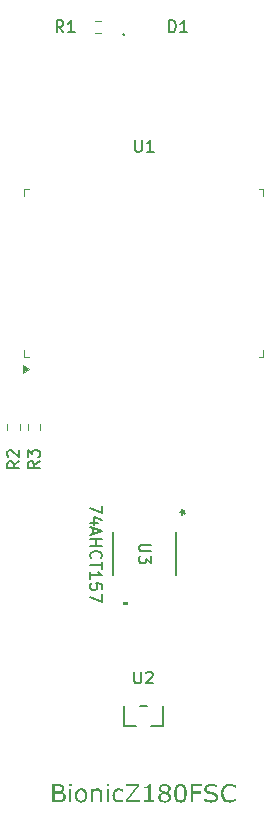
<source format=gbr>
G04 #@! TF.GenerationSoftware,KiCad,Pcbnew,9.0.6*
G04 #@! TF.CreationDate,2025-11-30T20:07:12+09:00*
G04 #@! TF.ProjectId,bionic-z180fsc,62696f6e-6963-42d7-9a31-38306673632e,2*
G04 #@! TF.SameCoordinates,Original*
G04 #@! TF.FileFunction,Legend,Top*
G04 #@! TF.FilePolarity,Positive*
%FSLAX46Y46*%
G04 Gerber Fmt 4.6, Leading zero omitted, Abs format (unit mm)*
G04 Created by KiCad (PCBNEW 9.0.6) date 2025-11-30 20:07:12*
%MOMM*%
%LPD*%
G01*
G04 APERTURE LIST*
%ADD10C,0.150000*%
%ADD11C,0.120000*%
%ADD12C,0.152400*%
%ADD13C,0.000000*%
G04 APERTURE END LIST*
D10*
G36*
X106596151Y-135650061D02*
G01*
X106689712Y-135658789D01*
X106770749Y-135677697D01*
X106848531Y-135710080D01*
X106900954Y-135743504D01*
X106941015Y-135781259D01*
X106970438Y-135823561D01*
X106998393Y-135897607D01*
X107008357Y-135989433D01*
X107001867Y-136060240D01*
X106983269Y-136121445D01*
X106953036Y-136174905D01*
X106889339Y-136243385D01*
X106805483Y-136298736D01*
X106805483Y-136306887D01*
X106903847Y-136337005D01*
X106984110Y-136382062D01*
X107049298Y-136441984D01*
X107098062Y-136515418D01*
X107128003Y-136601463D01*
X107138508Y-136703477D01*
X107133454Y-136777948D01*
X107118914Y-136844180D01*
X107095460Y-136903420D01*
X107044623Y-136982873D01*
X106979689Y-137046119D01*
X106889121Y-137103884D01*
X106790645Y-137142015D01*
X106680568Y-137162610D01*
X106528878Y-137170500D01*
X105987849Y-137170500D01*
X105987849Y-136994645D01*
X106190724Y-136994645D01*
X106459177Y-136994645D01*
X106586359Y-136990867D01*
X106677347Y-136981089D01*
X106757225Y-136960981D01*
X106816748Y-136931355D01*
X106867463Y-136888258D01*
X106900737Y-136841871D01*
X106920138Y-136787100D01*
X106927390Y-136712178D01*
X106919706Y-136627139D01*
X106899730Y-136568471D01*
X106862786Y-136521005D01*
X106799346Y-136477979D01*
X106746781Y-136457800D01*
X106679911Y-136445373D01*
X106509369Y-136437771D01*
X106190724Y-136437771D01*
X106190724Y-136994645D01*
X105987849Y-136994645D01*
X105987849Y-136261916D01*
X106190724Y-136261916D01*
X106453040Y-136261916D01*
X106543438Y-136259164D01*
X106604624Y-136252207D01*
X106658997Y-136237250D01*
X106709221Y-136211816D01*
X106750705Y-136176248D01*
X106777364Y-136132590D01*
X106792033Y-136081292D01*
X106797331Y-136017551D01*
X106792378Y-135965058D01*
X106778830Y-135924495D01*
X106755213Y-135890704D01*
X106719479Y-135863220D01*
X106667775Y-135841301D01*
X106602609Y-135828965D01*
X106432524Y-135822279D01*
X106190724Y-135822279D01*
X106190724Y-136261916D01*
X105987849Y-136261916D01*
X105987849Y-135646424D01*
X106439668Y-135646424D01*
X106596151Y-135650061D01*
G37*
G36*
X107618537Y-135834003D02*
G01*
X107401283Y-135834003D01*
X107401283Y-135634700D01*
X107618537Y-135634700D01*
X107618537Y-135834003D01*
G37*
G36*
X107606172Y-137170500D02*
G01*
X107413556Y-137170500D01*
X107413556Y-136027443D01*
X107606172Y-136027443D01*
X107606172Y-137170500D01*
G37*
G36*
X108553074Y-136008898D02*
G01*
X108654432Y-136039681D01*
X108742500Y-136089610D01*
X108819479Y-136159700D01*
X108880035Y-136243923D01*
X108924657Y-136343243D01*
X108952886Y-136460554D01*
X108962910Y-136599521D01*
X108952878Y-136738503D01*
X108924637Y-136855710D01*
X108880016Y-136954833D01*
X108819479Y-137038792D01*
X108742534Y-137108619D01*
X108654479Y-137158382D01*
X108553109Y-137189074D01*
X108435254Y-137199809D01*
X108316261Y-137189032D01*
X108214295Y-137158273D01*
X108126093Y-137108501D01*
X108049381Y-137038792D01*
X107989095Y-136954868D01*
X107944642Y-136855757D01*
X107916499Y-136738538D01*
X107906499Y-136599521D01*
X108105252Y-136599521D01*
X108111710Y-136707161D01*
X108129476Y-136794246D01*
X108156697Y-136864350D01*
X108192355Y-136920456D01*
X108239760Y-136967955D01*
X108294891Y-137001685D01*
X108359280Y-137022504D01*
X108435254Y-137029816D01*
X108510158Y-137022603D01*
X108573977Y-137002019D01*
X108628937Y-136968597D01*
X108676505Y-136921463D01*
X108712305Y-136865826D01*
X108739698Y-136795813D01*
X108757625Y-136708296D01*
X108764158Y-136599521D01*
X108757571Y-136487725D01*
X108739609Y-136398966D01*
X108712373Y-136329046D01*
X108677055Y-136274464D01*
X108629836Y-136228370D01*
X108574938Y-136195549D01*
X108510835Y-136175256D01*
X108435254Y-136168127D01*
X108358532Y-136175301D01*
X108293839Y-136195662D01*
X108238798Y-136228491D01*
X108191805Y-136274464D01*
X108156729Y-136329008D01*
X108129661Y-136398911D01*
X108111802Y-136487683D01*
X108105252Y-136599521D01*
X107906499Y-136599521D01*
X107916490Y-136460519D01*
X107944622Y-136343195D01*
X107989076Y-136243889D01*
X108049381Y-136159700D01*
X108126128Y-136089728D01*
X108214343Y-136039791D01*
X108316296Y-136008941D01*
X108435254Y-135998134D01*
X108553074Y-136008898D01*
G37*
G36*
X110217983Y-137170500D02*
G01*
X110025367Y-137170500D01*
X110025367Y-136520295D01*
X110016116Y-136372558D01*
X110002156Y-136308187D01*
X109982319Y-136264664D01*
X109951274Y-136227474D01*
X109908497Y-136200825D01*
X109856342Y-136185634D01*
X109783566Y-136179851D01*
X109704682Y-136189128D01*
X109618519Y-136218685D01*
X109534732Y-136262601D01*
X109453564Y-136317878D01*
X109453564Y-137170500D01*
X109260948Y-137170500D01*
X109260948Y-136027443D01*
X109453564Y-136027443D01*
X109453564Y-136156403D01*
X109546543Y-136089243D01*
X109640043Y-136039991D01*
X109738083Y-136008508D01*
X109837788Y-135998134D01*
X109929594Y-136005899D01*
X110005444Y-136027669D01*
X110068386Y-136062160D01*
X110120621Y-136109509D01*
X110161020Y-136167251D01*
X110191369Y-136238026D01*
X110210931Y-136324525D01*
X110217983Y-136430077D01*
X110217983Y-137170500D01*
G37*
G36*
X110795648Y-135834003D02*
G01*
X110578394Y-135834003D01*
X110578394Y-135634700D01*
X110795648Y-135634700D01*
X110795648Y-135834003D01*
G37*
G36*
X110783283Y-137170500D02*
G01*
X110590667Y-137170500D01*
X110590667Y-136027443D01*
X110783283Y-136027443D01*
X110783283Y-137170500D01*
G37*
G36*
X112010970Y-137096219D02*
G01*
X111915043Y-137138138D01*
X111828062Y-137168210D01*
X111739648Y-137187394D01*
X111644147Y-137193947D01*
X111523541Y-137184579D01*
X111416635Y-137157585D01*
X111350311Y-137128871D01*
X111291502Y-137092267D01*
X111239406Y-137047584D01*
X111194119Y-136995262D01*
X111155476Y-136933576D01*
X111123544Y-136861288D01*
X111101491Y-136785113D01*
X111087524Y-136697908D01*
X111082602Y-136598055D01*
X111093323Y-136458531D01*
X111123525Y-136341101D01*
X111171403Y-136241874D01*
X111236750Y-136157869D01*
X111318695Y-136088897D01*
X111412253Y-136039441D01*
X111519693Y-136008841D01*
X111644147Y-135998134D01*
X111741572Y-136005087D01*
X111837313Y-136025978D01*
X111929328Y-136057292D01*
X112010970Y-136093846D01*
X112010970Y-136308811D01*
X112000711Y-136308811D01*
X111910069Y-136248228D01*
X111818811Y-136204580D01*
X111724821Y-136176969D01*
X111635904Y-136168127D01*
X111555606Y-136175459D01*
X111487120Y-136196350D01*
X111428163Y-136230116D01*
X111377159Y-136277395D01*
X111338064Y-136333980D01*
X111308493Y-136404236D01*
X111289312Y-136491071D01*
X111282363Y-136598055D01*
X111289088Y-136701781D01*
X111307742Y-136786928D01*
X111336656Y-136856689D01*
X111375053Y-136913678D01*
X111425143Y-136961175D01*
X111484015Y-136995253D01*
X111553422Y-137016465D01*
X111635904Y-137023954D01*
X111694378Y-137020212D01*
X111754789Y-137008750D01*
X111813167Y-136990916D01*
X111863416Y-136969274D01*
X111942276Y-136924303D01*
X112000711Y-136883270D01*
X112010970Y-136883270D01*
X112010970Y-137096219D01*
G37*
G36*
X113388041Y-137170500D02*
G01*
X112197357Y-137170500D01*
X112197357Y-136982921D01*
X113132869Y-135828141D01*
X112232162Y-135828141D01*
X112232162Y-135646424D01*
X113365418Y-135646424D01*
X113365418Y-135834003D01*
X112420748Y-136988783D01*
X113388041Y-136988783D01*
X113388041Y-137170500D01*
G37*
G36*
X114616552Y-137170500D02*
G01*
X113790676Y-137170500D01*
X113790676Y-137012230D01*
X114108313Y-137012230D01*
X114108313Y-135998134D01*
X113790676Y-135998134D01*
X113790676Y-135857450D01*
X113928978Y-135846825D01*
X113997851Y-135832586D01*
X114040719Y-135815868D01*
X114083347Y-135786613D01*
X114114908Y-135751479D01*
X114135665Y-135707877D01*
X114146232Y-135646424D01*
X114305051Y-135646424D01*
X114305051Y-137012230D01*
X114616552Y-137012230D01*
X114616552Y-137170500D01*
G37*
G36*
X115622504Y-135624749D02*
G01*
X115719728Y-135646253D01*
X115802377Y-135680164D01*
X115872724Y-135725925D01*
X115933393Y-135785237D01*
X115975288Y-135850100D01*
X116000404Y-135921783D01*
X116009011Y-136002347D01*
X116002130Y-136069010D01*
X115981078Y-136135903D01*
X115944440Y-136204214D01*
X115895882Y-136264266D01*
X115833396Y-136315842D01*
X115754846Y-136359186D01*
X115754846Y-136365322D01*
X115847034Y-136411498D01*
X115919082Y-136461722D01*
X115974115Y-136515715D01*
X116015456Y-136579144D01*
X116040968Y-136654041D01*
X116049952Y-136743410D01*
X116040187Y-136837960D01*
X116011679Y-136922482D01*
X115964205Y-136999259D01*
X115895713Y-137069749D01*
X115815437Y-137125655D01*
X115725328Y-137166060D01*
X115623588Y-137191088D01*
X115507916Y-137199809D01*
X115384128Y-137190969D01*
X115278988Y-137166015D01*
X115189395Y-137126486D01*
X115112884Y-137072772D01*
X115048139Y-137004198D01*
X115002821Y-136928293D01*
X114975355Y-136843496D01*
X114965881Y-136747440D01*
X114967769Y-136728756D01*
X115172876Y-136728756D01*
X115183752Y-136815102D01*
X115215256Y-136888848D01*
X115268131Y-136953062D01*
X115336249Y-137001618D01*
X115415809Y-137031199D01*
X115510023Y-137041539D01*
X115607097Y-137032364D01*
X115685547Y-137006774D01*
X115749259Y-136966160D01*
X115798540Y-136910426D01*
X115828403Y-136842583D01*
X115838927Y-136758889D01*
X115833814Y-136698470D01*
X115819643Y-136649829D01*
X115797436Y-136610603D01*
X115765955Y-136577529D01*
X115714089Y-136540323D01*
X115634953Y-136498404D01*
X115529440Y-136457188D01*
X115376758Y-136403882D01*
X115318917Y-136440950D01*
X115269810Y-136485398D01*
X115228655Y-136537697D01*
X115197804Y-136596120D01*
X115179220Y-136659369D01*
X115172876Y-136728756D01*
X114967769Y-136728756D01*
X114974133Y-136665789D01*
X114998536Y-136590281D01*
X115039611Y-136519287D01*
X115094100Y-136457195D01*
X115162739Y-136403194D01*
X115247615Y-136357171D01*
X115247615Y-136351034D01*
X115168439Y-136303354D01*
X115108921Y-136255951D01*
X115065715Y-136208793D01*
X115033676Y-136154522D01*
X115013814Y-136090897D01*
X115006822Y-136015628D01*
X115009534Y-135990532D01*
X115212810Y-135990532D01*
X115223395Y-136059758D01*
X115254301Y-136117752D01*
X115303803Y-136166445D01*
X115379872Y-136213281D01*
X115488957Y-136261367D01*
X115627809Y-136310368D01*
X115692294Y-136261584D01*
X115737920Y-136215084D01*
X115768218Y-136170417D01*
X115797066Y-136093678D01*
X115807144Y-136002805D01*
X115797513Y-135934052D01*
X115769699Y-135876956D01*
X115722606Y-135828599D01*
X115663146Y-135793431D01*
X115592191Y-135771455D01*
X115506909Y-135763661D01*
X115422770Y-135771074D01*
X115353160Y-135791896D01*
X115295242Y-135825027D01*
X115249239Y-135870935D01*
X115222169Y-135925166D01*
X115212810Y-135990532D01*
X115009534Y-135990532D01*
X115015673Y-135933721D01*
X115041608Y-135860201D01*
X115085064Y-135793031D01*
X115148238Y-135730963D01*
X115221514Y-135682350D01*
X115304641Y-135646933D01*
X115399376Y-135624847D01*
X115507916Y-135617115D01*
X115622504Y-135624749D01*
G37*
G36*
X116953311Y-135625872D02*
G01*
X117045407Y-135650581D01*
X117123349Y-135689879D01*
X117189464Y-135743781D01*
X117245124Y-135813669D01*
X117295681Y-135912290D01*
X117335431Y-136039674D01*
X117361937Y-136202264D01*
X117371703Y-136407454D01*
X117365141Y-136581302D01*
X117347086Y-136724003D01*
X117319685Y-136840098D01*
X117284635Y-136933690D01*
X117243109Y-137008383D01*
X117186883Y-137076425D01*
X117120613Y-137128959D01*
X117042961Y-137167255D01*
X116951716Y-137191302D01*
X116843955Y-137199809D01*
X116734479Y-137191140D01*
X116642323Y-137166695D01*
X116564391Y-137127856D01*
X116498345Y-137074665D01*
X116442787Y-137005819D01*
X116392486Y-136908504D01*
X116352755Y-136781433D01*
X116326141Y-136617725D01*
X116316299Y-136409469D01*
X116524303Y-136409469D01*
X116527401Y-136561861D01*
X116535568Y-136675358D01*
X116553711Y-136778568D01*
X116583745Y-136866875D01*
X116625460Y-136937962D01*
X116679549Y-136988050D01*
X116722832Y-137010295D01*
X116776803Y-137024623D01*
X116844047Y-137029816D01*
X116907177Y-137024996D01*
X116959793Y-137011480D01*
X117003782Y-136990157D01*
X117042141Y-136959945D01*
X117074907Y-136920367D01*
X117102242Y-136869898D01*
X117131610Y-136782894D01*
X117150877Y-136675908D01*
X117160215Y-136558718D01*
X117163700Y-136407454D01*
X117160243Y-136257625D01*
X117150877Y-136138543D01*
X117131170Y-136029689D01*
X117101235Y-135945011D01*
X117057822Y-135875046D01*
X117003324Y-135826859D01*
X116960246Y-135805569D01*
X116907857Y-135791984D01*
X116844047Y-135787108D01*
X116780861Y-135791948D01*
X116728384Y-135805503D01*
X116684679Y-135826859D01*
X116629287Y-135875419D01*
X116584753Y-135947026D01*
X116556670Y-136028902D01*
X116537125Y-136143672D01*
X116527655Y-136267702D01*
X116524303Y-136409469D01*
X116316299Y-136409469D01*
X116326286Y-136199576D01*
X116353259Y-136035054D01*
X116393477Y-135907766D01*
X116444344Y-135810647D01*
X116500499Y-135741800D01*
X116566771Y-135688693D01*
X116644494Y-135650002D01*
X116735901Y-135625710D01*
X116843955Y-135617115D01*
X116953311Y-135625872D01*
G37*
G36*
X118690340Y-135828141D02*
G01*
X117918777Y-135828141D01*
X117918777Y-136256054D01*
X118581713Y-136256054D01*
X118581713Y-136437771D01*
X117918777Y-136437771D01*
X117918777Y-137170500D01*
X117715902Y-137170500D01*
X117715902Y-135646424D01*
X118690340Y-135646424D01*
X118690340Y-135828141D01*
G37*
G36*
X120030592Y-136736175D02*
G01*
X120020420Y-136824024D01*
X119989101Y-136912579D01*
X119939253Y-136993139D01*
X119872780Y-137060315D01*
X119785089Y-137118213D01*
X119681630Y-137162897D01*
X119566331Y-137189872D01*
X119418855Y-137199809D01*
X119258390Y-137191737D01*
X119122192Y-137169126D01*
X118991040Y-137131600D01*
X118854288Y-137078176D01*
X118854288Y-136824652D01*
X118868668Y-136824652D01*
X118949035Y-136883031D01*
X119037860Y-136932171D01*
X119136022Y-136972113D01*
X119238211Y-137001649D01*
X119332864Y-137018535D01*
X119420962Y-137023954D01*
X119545131Y-137014919D01*
X119641019Y-136990460D01*
X119714511Y-136953337D01*
X119761655Y-136913800D01*
X119793819Y-136869949D01*
X119812989Y-136820888D01*
X119819566Y-136764934D01*
X119813190Y-136699044D01*
X119796080Y-136650548D01*
X119769832Y-136615183D01*
X119711338Y-136574437D01*
X119618707Y-136540261D01*
X119452194Y-136506464D01*
X119262143Y-136472576D01*
X119160341Y-136444910D01*
X119078246Y-136410634D01*
X119012768Y-136370664D01*
X118961358Y-136325389D01*
X118919342Y-136270650D01*
X118888994Y-136208238D01*
X118870141Y-136136695D01*
X118863538Y-136054096D01*
X118873702Y-135962318D01*
X118903389Y-135880805D01*
X118953070Y-135807101D01*
X119025380Y-135739755D01*
X119108840Y-135687588D01*
X119203756Y-135649392D01*
X119312114Y-135625494D01*
X119436349Y-135617115D01*
X119593448Y-135625094D01*
X119731364Y-135647798D01*
X119861046Y-135683069D01*
X119969134Y-135723544D01*
X119969134Y-135962963D01*
X119954754Y-135962963D01*
X119893821Y-135918888D01*
X119818255Y-135878194D01*
X119725685Y-135841330D01*
X119630130Y-135814412D01*
X119533501Y-135798338D01*
X119435250Y-135792970D01*
X119328430Y-135801352D01*
X119242501Y-135824516D01*
X119173391Y-135860564D01*
X119117181Y-135911513D01*
X119085288Y-135968644D01*
X119074564Y-136034587D01*
X119080596Y-136096346D01*
X119097313Y-136145339D01*
X119123749Y-136184338D01*
X119160269Y-136214844D01*
X119215956Y-136242886D01*
X119296947Y-136267412D01*
X119483427Y-136302308D01*
X119688316Y-136344348D01*
X119798166Y-136382082D01*
X119881955Y-136427892D01*
X119944496Y-136480819D01*
X119980760Y-136528636D01*
X120007529Y-136585806D01*
X120024528Y-136654190D01*
X120030592Y-136736175D01*
G37*
G36*
X121534975Y-137061781D02*
G01*
X121433034Y-137107851D01*
X121313691Y-137152822D01*
X121177862Y-137185978D01*
X121102628Y-137196199D01*
X121016478Y-137199809D01*
X120906583Y-137194366D01*
X120806355Y-137178610D01*
X120714685Y-137153189D01*
X120627762Y-137115999D01*
X120549359Y-137067419D01*
X120478564Y-137007009D01*
X120419020Y-136937877D01*
X120367742Y-136855868D01*
X120324874Y-136759256D01*
X120295023Y-136657596D01*
X120276176Y-136541867D01*
X120269553Y-136410019D01*
X120275838Y-136284997D01*
X120293888Y-136173014D01*
X120322767Y-136072506D01*
X120364349Y-135976935D01*
X120415600Y-135893635D01*
X120476549Y-135821271D01*
X120545391Y-135760569D01*
X120623415Y-135710025D01*
X120711663Y-135669413D01*
X120804910Y-135640835D01*
X120906487Y-135623194D01*
X121017577Y-135617115D01*
X121140011Y-135624512D01*
X121262950Y-135646882D01*
X121387099Y-135685905D01*
X121534975Y-135751387D01*
X121534975Y-135992272D01*
X121519588Y-135992272D01*
X121432747Y-135927020D01*
X121349590Y-135876982D01*
X121269544Y-135840506D01*
X121185769Y-135814289D01*
X121097576Y-135798374D01*
X121004205Y-135792970D01*
X120892289Y-135802655D01*
X120795652Y-135830339D01*
X120708648Y-135877556D01*
X120630147Y-135946476D01*
X120587548Y-136000540D01*
X120550747Y-136064706D01*
X120519963Y-136140375D01*
X120490979Y-136262862D01*
X120480579Y-136411026D01*
X120485872Y-136517628D01*
X120500771Y-136609048D01*
X120524084Y-136687357D01*
X120575466Y-136794722D01*
X120636375Y-136875576D01*
X120714295Y-136941597D01*
X120803895Y-136987684D01*
X120901900Y-137014800D01*
X121006220Y-137023954D01*
X121102954Y-137018287D01*
X121194215Y-137001605D01*
X121280810Y-136974128D01*
X121363369Y-136935934D01*
X121443162Y-136886376D01*
X121520595Y-136824652D01*
X121534975Y-136824652D01*
X121534975Y-137061781D01*
G37*
X110181180Y-112054971D02*
X110181180Y-112721637D01*
X110181180Y-112721637D02*
X109181180Y-112293066D01*
X109847847Y-113531161D02*
X109181180Y-113531161D01*
X110228800Y-113293066D02*
X109514514Y-113054971D01*
X109514514Y-113054971D02*
X109514514Y-113674018D01*
X109466895Y-114007352D02*
X109466895Y-114483542D01*
X109181180Y-113912114D02*
X110181180Y-114245447D01*
X110181180Y-114245447D02*
X109181180Y-114578780D01*
X109181180Y-114912114D02*
X110181180Y-114912114D01*
X109704990Y-114912114D02*
X109704990Y-115483542D01*
X109181180Y-115483542D02*
X110181180Y-115483542D01*
X109276419Y-116531161D02*
X109228800Y-116483542D01*
X109228800Y-116483542D02*
X109181180Y-116340685D01*
X109181180Y-116340685D02*
X109181180Y-116245447D01*
X109181180Y-116245447D02*
X109228800Y-116102590D01*
X109228800Y-116102590D02*
X109324038Y-116007352D01*
X109324038Y-116007352D02*
X109419276Y-115959733D01*
X109419276Y-115959733D02*
X109609752Y-115912114D01*
X109609752Y-115912114D02*
X109752609Y-115912114D01*
X109752609Y-115912114D02*
X109943085Y-115959733D01*
X109943085Y-115959733D02*
X110038323Y-116007352D01*
X110038323Y-116007352D02*
X110133561Y-116102590D01*
X110133561Y-116102590D02*
X110181180Y-116245447D01*
X110181180Y-116245447D02*
X110181180Y-116340685D01*
X110181180Y-116340685D02*
X110133561Y-116483542D01*
X110133561Y-116483542D02*
X110085942Y-116531161D01*
X110181180Y-116816876D02*
X110181180Y-117388304D01*
X109181180Y-117102590D02*
X110181180Y-117102590D01*
X109181180Y-118245447D02*
X109181180Y-117674019D01*
X109181180Y-117959733D02*
X110181180Y-117959733D01*
X110181180Y-117959733D02*
X110038323Y-117864495D01*
X110038323Y-117864495D02*
X109943085Y-117769257D01*
X109943085Y-117769257D02*
X109895466Y-117674019D01*
X110181180Y-119150209D02*
X110181180Y-118674019D01*
X110181180Y-118674019D02*
X109704990Y-118626400D01*
X109704990Y-118626400D02*
X109752609Y-118674019D01*
X109752609Y-118674019D02*
X109800228Y-118769257D01*
X109800228Y-118769257D02*
X109800228Y-119007352D01*
X109800228Y-119007352D02*
X109752609Y-119102590D01*
X109752609Y-119102590D02*
X109704990Y-119150209D01*
X109704990Y-119150209D02*
X109609752Y-119197828D01*
X109609752Y-119197828D02*
X109371657Y-119197828D01*
X109371657Y-119197828D02*
X109276419Y-119150209D01*
X109276419Y-119150209D02*
X109228800Y-119102590D01*
X109228800Y-119102590D02*
X109181180Y-119007352D01*
X109181180Y-119007352D02*
X109181180Y-118769257D01*
X109181180Y-118769257D02*
X109228800Y-118674019D01*
X109228800Y-118674019D02*
X109276419Y-118626400D01*
X110181180Y-119531162D02*
X110181180Y-120197828D01*
X110181180Y-120197828D02*
X109181180Y-119769257D01*
X104909219Y-108317466D02*
X104433028Y-108650799D01*
X104909219Y-108888894D02*
X103909219Y-108888894D01*
X103909219Y-108888894D02*
X103909219Y-108507942D01*
X103909219Y-108507942D02*
X103956838Y-108412704D01*
X103956838Y-108412704D02*
X104004457Y-108365085D01*
X104004457Y-108365085D02*
X104099695Y-108317466D01*
X104099695Y-108317466D02*
X104242552Y-108317466D01*
X104242552Y-108317466D02*
X104337790Y-108365085D01*
X104337790Y-108365085D02*
X104385409Y-108412704D01*
X104385409Y-108412704D02*
X104433028Y-108507942D01*
X104433028Y-108507942D02*
X104433028Y-108888894D01*
X103909219Y-107984132D02*
X103909219Y-107365085D01*
X103909219Y-107365085D02*
X104290171Y-107698418D01*
X104290171Y-107698418D02*
X104290171Y-107555561D01*
X104290171Y-107555561D02*
X104337790Y-107460323D01*
X104337790Y-107460323D02*
X104385409Y-107412704D01*
X104385409Y-107412704D02*
X104480647Y-107365085D01*
X104480647Y-107365085D02*
X104718742Y-107365085D01*
X104718742Y-107365085D02*
X104813980Y-107412704D01*
X104813980Y-107412704D02*
X104861600Y-107460323D01*
X104861600Y-107460323D02*
X104909219Y-107555561D01*
X104909219Y-107555561D02*
X104909219Y-107841275D01*
X104909219Y-107841275D02*
X104861600Y-107936513D01*
X104861600Y-107936513D02*
X104813980Y-107984132D01*
X114336981Y-115364495D02*
X113527458Y-115364495D01*
X113527458Y-115364495D02*
X113432220Y-115412114D01*
X113432220Y-115412114D02*
X113384601Y-115459733D01*
X113384601Y-115459733D02*
X113336981Y-115554971D01*
X113336981Y-115554971D02*
X113336981Y-115745447D01*
X113336981Y-115745447D02*
X113384601Y-115840685D01*
X113384601Y-115840685D02*
X113432220Y-115888304D01*
X113432220Y-115888304D02*
X113527458Y-115935923D01*
X113527458Y-115935923D02*
X114336981Y-115935923D01*
X114336981Y-116316876D02*
X114336981Y-116935923D01*
X114336981Y-116935923D02*
X113956029Y-116602590D01*
X113956029Y-116602590D02*
X113956029Y-116745447D01*
X113956029Y-116745447D02*
X113908410Y-116840685D01*
X113908410Y-116840685D02*
X113860791Y-116888304D01*
X113860791Y-116888304D02*
X113765553Y-116935923D01*
X113765553Y-116935923D02*
X113527458Y-116935923D01*
X113527458Y-116935923D02*
X113432220Y-116888304D01*
X113432220Y-116888304D02*
X113384601Y-116840685D01*
X113384601Y-116840685D02*
X113336981Y-116745447D01*
X113336981Y-116745447D02*
X113336981Y-116459733D01*
X113336981Y-116459733D02*
X113384601Y-116364495D01*
X113384601Y-116364495D02*
X113432220Y-116316876D01*
X116787019Y-112595799D02*
X117025114Y-112595799D01*
X116929876Y-112833894D02*
X117025114Y-112595799D01*
X117025114Y-112595799D02*
X116929876Y-112357704D01*
X117215590Y-112738656D02*
X117025114Y-112595799D01*
X117025114Y-112595799D02*
X117215590Y-112452942D01*
X115882905Y-71978819D02*
X115882905Y-70978819D01*
X115882905Y-70978819D02*
X116121000Y-70978819D01*
X116121000Y-70978819D02*
X116263857Y-71026438D01*
X116263857Y-71026438D02*
X116359095Y-71121676D01*
X116359095Y-71121676D02*
X116406714Y-71216914D01*
X116406714Y-71216914D02*
X116454333Y-71407390D01*
X116454333Y-71407390D02*
X116454333Y-71550247D01*
X116454333Y-71550247D02*
X116406714Y-71740723D01*
X116406714Y-71740723D02*
X116359095Y-71835961D01*
X116359095Y-71835961D02*
X116263857Y-71931200D01*
X116263857Y-71931200D02*
X116121000Y-71978819D01*
X116121000Y-71978819D02*
X115882905Y-71978819D01*
X117406714Y-71978819D02*
X116835286Y-71978819D01*
X117121000Y-71978819D02*
X117121000Y-70978819D01*
X117121000Y-70978819D02*
X117025762Y-71121676D01*
X117025762Y-71121676D02*
X116930524Y-71216914D01*
X116930524Y-71216914D02*
X116835286Y-71264533D01*
X112988895Y-81113419D02*
X112988895Y-81922942D01*
X112988895Y-81922942D02*
X113036514Y-82018180D01*
X113036514Y-82018180D02*
X113084133Y-82065800D01*
X113084133Y-82065800D02*
X113179371Y-82113419D01*
X113179371Y-82113419D02*
X113369847Y-82113419D01*
X113369847Y-82113419D02*
X113465085Y-82065800D01*
X113465085Y-82065800D02*
X113512704Y-82018180D01*
X113512704Y-82018180D02*
X113560323Y-81922942D01*
X113560323Y-81922942D02*
X113560323Y-81113419D01*
X114560323Y-82113419D02*
X113988895Y-82113419D01*
X114274609Y-82113419D02*
X114274609Y-81113419D01*
X114274609Y-81113419D02*
X114179371Y-81256276D01*
X114179371Y-81256276D02*
X114084133Y-81351514D01*
X114084133Y-81351514D02*
X113988895Y-81399133D01*
X103182019Y-108317466D02*
X102705828Y-108650799D01*
X103182019Y-108888894D02*
X102182019Y-108888894D01*
X102182019Y-108888894D02*
X102182019Y-108507942D01*
X102182019Y-108507942D02*
X102229638Y-108412704D01*
X102229638Y-108412704D02*
X102277257Y-108365085D01*
X102277257Y-108365085D02*
X102372495Y-108317466D01*
X102372495Y-108317466D02*
X102515352Y-108317466D01*
X102515352Y-108317466D02*
X102610590Y-108365085D01*
X102610590Y-108365085D02*
X102658209Y-108412704D01*
X102658209Y-108412704D02*
X102705828Y-108507942D01*
X102705828Y-108507942D02*
X102705828Y-108888894D01*
X102277257Y-107936513D02*
X102229638Y-107888894D01*
X102229638Y-107888894D02*
X102182019Y-107793656D01*
X102182019Y-107793656D02*
X102182019Y-107555561D01*
X102182019Y-107555561D02*
X102229638Y-107460323D01*
X102229638Y-107460323D02*
X102277257Y-107412704D01*
X102277257Y-107412704D02*
X102372495Y-107365085D01*
X102372495Y-107365085D02*
X102467733Y-107365085D01*
X102467733Y-107365085D02*
X102610590Y-107412704D01*
X102610590Y-107412704D02*
X103182019Y-107984132D01*
X103182019Y-107984132D02*
X103182019Y-107365085D01*
X106929333Y-71978819D02*
X106596000Y-71502628D01*
X106357905Y-71978819D02*
X106357905Y-70978819D01*
X106357905Y-70978819D02*
X106738857Y-70978819D01*
X106738857Y-70978819D02*
X106834095Y-71026438D01*
X106834095Y-71026438D02*
X106881714Y-71074057D01*
X106881714Y-71074057D02*
X106929333Y-71169295D01*
X106929333Y-71169295D02*
X106929333Y-71312152D01*
X106929333Y-71312152D02*
X106881714Y-71407390D01*
X106881714Y-71407390D02*
X106834095Y-71455009D01*
X106834095Y-71455009D02*
X106738857Y-71502628D01*
X106738857Y-71502628D02*
X106357905Y-71502628D01*
X107881714Y-71978819D02*
X107310286Y-71978819D01*
X107596000Y-71978819D02*
X107596000Y-70978819D01*
X107596000Y-70978819D02*
X107500762Y-71121676D01*
X107500762Y-71121676D02*
X107405524Y-71216914D01*
X107405524Y-71216914D02*
X107310286Y-71264533D01*
X112938095Y-126122219D02*
X112938095Y-126931742D01*
X112938095Y-126931742D02*
X112985714Y-127026980D01*
X112985714Y-127026980D02*
X113033333Y-127074600D01*
X113033333Y-127074600D02*
X113128571Y-127122219D01*
X113128571Y-127122219D02*
X113319047Y-127122219D01*
X113319047Y-127122219D02*
X113414285Y-127074600D01*
X113414285Y-127074600D02*
X113461904Y-127026980D01*
X113461904Y-127026980D02*
X113509523Y-126931742D01*
X113509523Y-126931742D02*
X113509523Y-126122219D01*
X113938095Y-126217457D02*
X113985714Y-126169838D01*
X113985714Y-126169838D02*
X114080952Y-126122219D01*
X114080952Y-126122219D02*
X114319047Y-126122219D01*
X114319047Y-126122219D02*
X114414285Y-126169838D01*
X114414285Y-126169838D02*
X114461904Y-126217457D01*
X114461904Y-126217457D02*
X114509523Y-126312695D01*
X114509523Y-126312695D02*
X114509523Y-126407933D01*
X114509523Y-126407933D02*
X114461904Y-126550790D01*
X114461904Y-126550790D02*
X113890476Y-127122219D01*
X113890476Y-127122219D02*
X114509523Y-127122219D01*
D11*
X103931900Y-105687724D02*
X103931900Y-105178276D01*
X104976900Y-105687724D02*
X104976900Y-105178276D01*
D12*
X111112101Y-114286976D02*
X111112101Y-117965824D01*
X116471501Y-117965824D02*
X116471501Y-114286976D01*
D13*
G36*
X112357300Y-120495200D02*
G01*
X111976300Y-120495200D01*
X111976300Y-120241200D01*
X112357300Y-120241200D01*
X112357300Y-120495200D01*
G37*
D12*
X112125200Y-72209800D02*
G75*
G02*
X111972800Y-72209800I-76200J0D01*
G01*
X111972800Y-72209800D02*
G75*
G02*
X112125200Y-72209800I76200J0D01*
G01*
D11*
X103634000Y-85239000D02*
X104009000Y-85239000D01*
X103634000Y-85814000D02*
X103634000Y-85239000D01*
X103634000Y-99459000D02*
X103634000Y-98884000D01*
X104009000Y-99459000D02*
X103634000Y-99459000D01*
X123479000Y-85239000D02*
X123854000Y-85239000D01*
X123854000Y-85239000D02*
X123854000Y-85814000D01*
X123854000Y-98884000D02*
X123854000Y-99459000D01*
X123854000Y-99459000D02*
X123479000Y-99459000D01*
X104004000Y-100479000D02*
X103534000Y-100819000D01*
X103534000Y-100139000D01*
X104004000Y-100479000D01*
G36*
X104004000Y-100479000D02*
G01*
X103534000Y-100819000D01*
X103534000Y-100139000D01*
X104004000Y-100479000D01*
G37*
X102179300Y-105687724D02*
X102179300Y-105178276D01*
X103224300Y-105687724D02*
X103224300Y-105178276D01*
X110144724Y-71001500D02*
X109635276Y-71001500D01*
X110144724Y-72046500D02*
X109635276Y-72046500D01*
D12*
X112048000Y-129067000D02*
X112048000Y-130721000D01*
X112048000Y-130721000D02*
X113037060Y-130721000D01*
X113987061Y-129067000D02*
X113412939Y-129067000D01*
X114362940Y-130721000D02*
X115352000Y-130721000D01*
X115352000Y-130721000D02*
X115352000Y-129067000D01*
M02*

</source>
